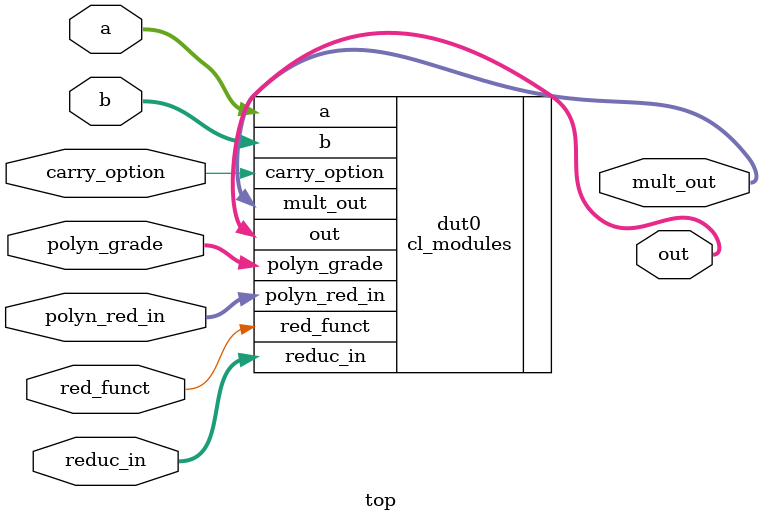
<source format=v>
module top #( parameter DATA_WIDTH = 32) (
    input red_funct,
    input carry_option,
    input [$clog2(DATA_WIDTH):0] polyn_grade, 
    input [DATA_WIDTH:0] polyn_red_in,
    input [2*DATA_WIDTH-1:0] reduc_in,
    input [DATA_WIDTH-1:0] a,
    input [DATA_WIDTH-1:0] b,
    output [DATA_WIDTH-1:0] out,
    output [2*DATA_WIDTH-1:0] mult_out
);

    cl_modules #(DATA_WIDTH) dut0(
        .red_funct(red_funct),
        .carry_option(carry_option),

        .polyn_grade(polyn_grade),
        .polyn_red_in(polyn_red_in),
        .reduc_in(reduc_in),
        
        .a(a),
        .b(b),
        .out(out),
        .mult_out(mult_out)
    );

endmodule
</source>
